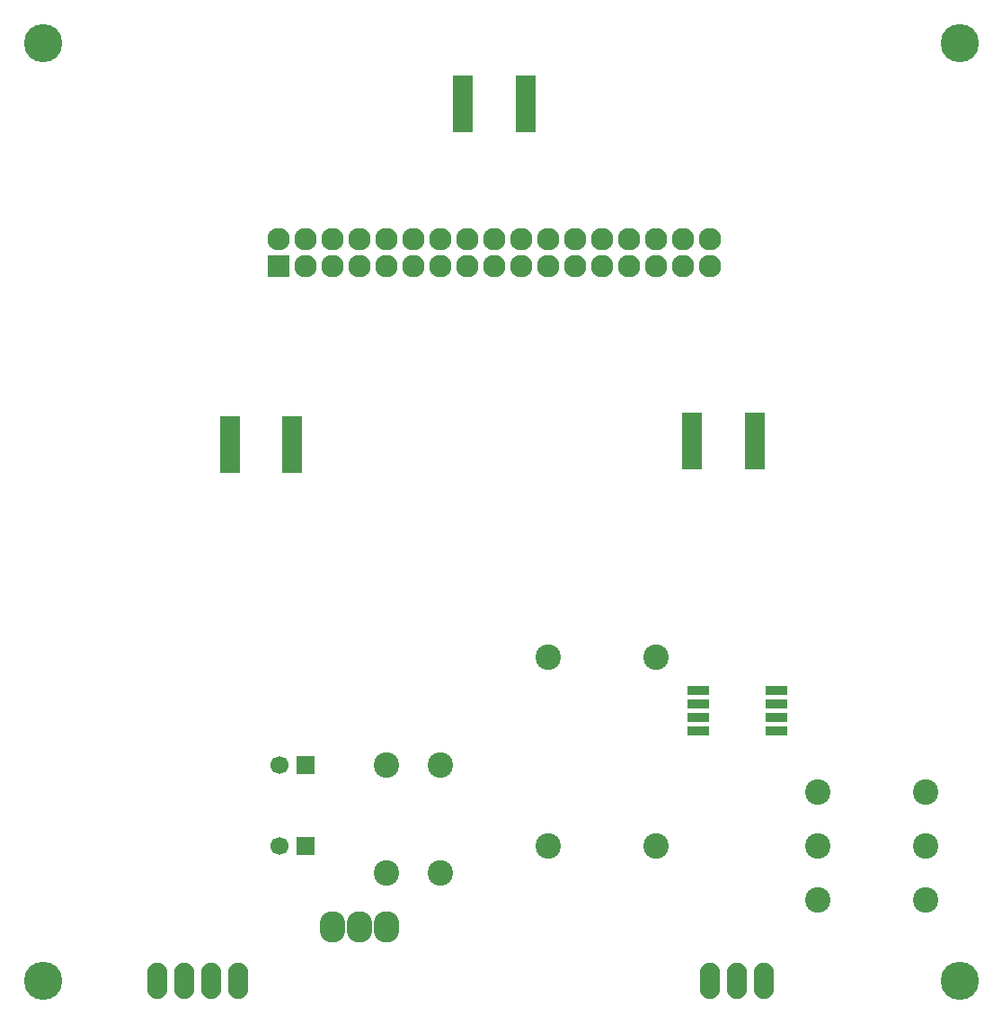
<source format=gts>
G04 #@! TF.FileFunction,Soldermask,Top*
%FSLAX46Y46*%
G04 Gerber Fmt 4.6, Leading zero omitted, Abs format (unit mm)*
G04 Created by KiCad (PCBNEW 4.0.7) date Wednesday, 11. April 2018 'u56' 14:56:34*
%MOMM*%
%LPD*%
G01*
G04 APERTURE LIST*
%ADD10C,0.100000*%
%ADD11C,3.600000*%
%ADD12C,2.398980*%
%ADD13C,1.700000*%
%ADD14R,1.700000X1.700000*%
%ADD15O,2.432000X2.940000*%
%ADD16O,1.906220X3.414980*%
%ADD17R,2.127200X2.127200*%
%ADD18O,2.127200X2.127200*%
%ADD19R,1.900000X0.850000*%
%ADD20R,2.150000X0.950000*%
G04 APERTURE END LIST*
D10*
D11*
X132715000Y-66675000D03*
X219075000Y-66675000D03*
X219075000Y-154940000D03*
D12*
X190500000Y-124460000D03*
X180340000Y-124460000D03*
D13*
X154980000Y-142240000D03*
D14*
X157480000Y-142240000D03*
D12*
X165100000Y-134620000D03*
X165100000Y-144780000D03*
D15*
X162560000Y-149860000D03*
X160020000Y-149860000D03*
X165100000Y-149860000D03*
D13*
X154980000Y-134620000D03*
D14*
X157480000Y-134620000D03*
D16*
X195580000Y-154940000D03*
X198120000Y-154940000D03*
X200660000Y-154940000D03*
X143510000Y-154940000D03*
X146050000Y-154940000D03*
X148590000Y-154940000D03*
X151130000Y-154940000D03*
D17*
X154940000Y-87630000D03*
D18*
X154940000Y-85090000D03*
X157480000Y-87630000D03*
X157480000Y-85090000D03*
X160020000Y-87630000D03*
X160020000Y-85090000D03*
X162560000Y-87630000D03*
X162560000Y-85090000D03*
X165100000Y-87630000D03*
X165100000Y-85090000D03*
X167640000Y-87630000D03*
X167640000Y-85090000D03*
X170180000Y-87630000D03*
X170180000Y-85090000D03*
X172720000Y-87630000D03*
X172720000Y-85090000D03*
X175260000Y-87630000D03*
X175260000Y-85090000D03*
X177800000Y-87630000D03*
X177800000Y-85090000D03*
X180340000Y-87630000D03*
X180340000Y-85090000D03*
X182880000Y-87630000D03*
X182880000Y-85090000D03*
X185420000Y-87630000D03*
X185420000Y-85090000D03*
X187960000Y-87630000D03*
X187960000Y-85090000D03*
X190500000Y-87630000D03*
X190500000Y-85090000D03*
X193040000Y-87630000D03*
X193040000Y-85090000D03*
X195580000Y-87630000D03*
X195580000Y-85090000D03*
D12*
X170180000Y-144780000D03*
X170180000Y-134620000D03*
X215900000Y-137160000D03*
X205740000Y-137160000D03*
X215900000Y-142240000D03*
X205740000Y-142240000D03*
X215900000Y-147320000D03*
X205740000Y-147320000D03*
D19*
X156210000Y-106740000D03*
X156210000Y-106090000D03*
X156210000Y-105440000D03*
X156210000Y-104790000D03*
X156210000Y-104140000D03*
X156210000Y-103490000D03*
X156210000Y-102840000D03*
X156210000Y-102190000D03*
X150310000Y-102190000D03*
X150310000Y-102840000D03*
X150310000Y-103490000D03*
X150310000Y-104140000D03*
X150310000Y-104790000D03*
X150310000Y-105440000D03*
X150310000Y-106090000D03*
X150310000Y-106740000D03*
X199800000Y-106415000D03*
X199800000Y-105765000D03*
X199800000Y-105115000D03*
X199800000Y-104465000D03*
X199800000Y-103815000D03*
X199800000Y-103165000D03*
X199800000Y-102515000D03*
X199800000Y-101865000D03*
X193900000Y-101865000D03*
X193900000Y-102515000D03*
X193900000Y-103165000D03*
X193900000Y-103815000D03*
X193900000Y-104465000D03*
X193900000Y-105115000D03*
X193900000Y-105765000D03*
X193900000Y-106415000D03*
X172310000Y-70115000D03*
X172310000Y-70765000D03*
X172310000Y-71415000D03*
X172310000Y-72065000D03*
X172310000Y-72715000D03*
X172310000Y-73365000D03*
X172310000Y-74015000D03*
X172310000Y-74665000D03*
X178210000Y-74665000D03*
X178210000Y-74015000D03*
X178210000Y-73365000D03*
X178210000Y-72715000D03*
X178210000Y-72065000D03*
X178210000Y-71415000D03*
X178210000Y-70765000D03*
X178210000Y-70115000D03*
D20*
X201820000Y-131445000D03*
X201820000Y-130175000D03*
X201820000Y-128905000D03*
X201820000Y-127635000D03*
X194420000Y-127635000D03*
X194420000Y-128905000D03*
X194420000Y-130175000D03*
X194420000Y-131445000D03*
D12*
X180340000Y-142240000D03*
X190500000Y-142240000D03*
D11*
X132715000Y-154940000D03*
M02*

</source>
